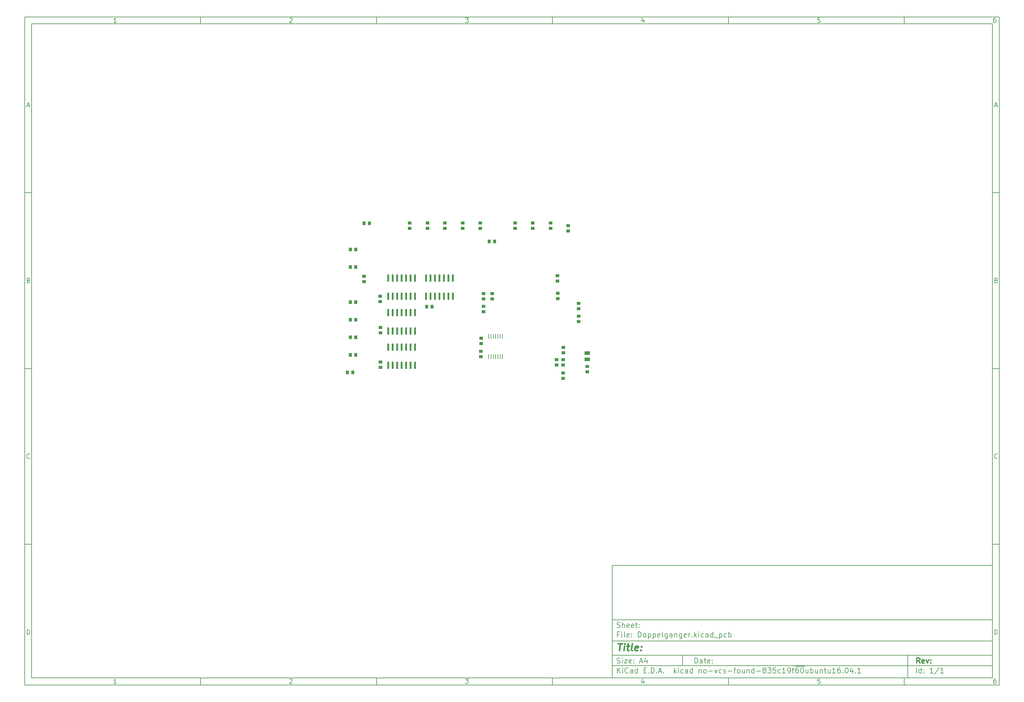
<source format=gbp>
%TF.GenerationSoftware,KiCad,Pcbnew,no-vcs-found-835c19f~60~ubuntu16.04.1*%
%TF.CreationDate,2017-10-10T23:09:56+02:00*%
%TF.ProjectId,Doppelganger,446F7070656C67616E6765722E6B6963,rev?*%
%TF.SameCoordinates,Original*%
%TF.FileFunction,Paste,Bot*%
%TF.FilePolarity,Positive*%
%FSLAX46Y46*%
G04 Gerber Fmt 4.6, Leading zero omitted, Abs format (unit mm)*
G04 Created by KiCad (PCBNEW no-vcs-found-835c19f~60~ubuntu16.04.1) date Tue Oct 10 23:09:56 2017*
%MOMM*%
%LPD*%
G01*
G04 APERTURE LIST*
%ADD10C,0.100000*%
%ADD11C,0.150000*%
%ADD12C,0.300000*%
%ADD13C,0.400000*%
%ADD14R,0.864400X1.016800*%
%ADD15R,1.016800X0.864400*%
%ADD16R,0.550000X2.150000*%
%ADD17R,0.250000X1.450000*%
%ADD18R,1.524800X1.016800*%
G04 APERTURE END LIST*
D10*
D11*
X177002200Y-166007200D02*
X177002200Y-198007200D01*
X285002200Y-198007200D01*
X285002200Y-166007200D01*
X177002200Y-166007200D01*
D10*
D11*
X10000000Y-10000000D02*
X10000000Y-200007200D01*
X287002200Y-200007200D01*
X287002200Y-10000000D01*
X10000000Y-10000000D01*
D10*
D11*
X12000000Y-12000000D02*
X12000000Y-198007200D01*
X285002200Y-198007200D01*
X285002200Y-12000000D01*
X12000000Y-12000000D01*
D10*
D11*
X60000000Y-12000000D02*
X60000000Y-10000000D01*
D10*
D11*
X110000000Y-12000000D02*
X110000000Y-10000000D01*
D10*
D11*
X160000000Y-12000000D02*
X160000000Y-10000000D01*
D10*
D11*
X210000000Y-12000000D02*
X210000000Y-10000000D01*
D10*
D11*
X260000000Y-12000000D02*
X260000000Y-10000000D01*
D10*
D11*
X36065476Y-11588095D02*
X35322619Y-11588095D01*
X35694047Y-11588095D02*
X35694047Y-10288095D01*
X35570238Y-10473809D01*
X35446428Y-10597619D01*
X35322619Y-10659523D01*
D10*
D11*
X85322619Y-10411904D02*
X85384523Y-10350000D01*
X85508333Y-10288095D01*
X85817857Y-10288095D01*
X85941666Y-10350000D01*
X86003571Y-10411904D01*
X86065476Y-10535714D01*
X86065476Y-10659523D01*
X86003571Y-10845238D01*
X85260714Y-11588095D01*
X86065476Y-11588095D01*
D10*
D11*
X135260714Y-10288095D02*
X136065476Y-10288095D01*
X135632142Y-10783333D01*
X135817857Y-10783333D01*
X135941666Y-10845238D01*
X136003571Y-10907142D01*
X136065476Y-11030952D01*
X136065476Y-11340476D01*
X136003571Y-11464285D01*
X135941666Y-11526190D01*
X135817857Y-11588095D01*
X135446428Y-11588095D01*
X135322619Y-11526190D01*
X135260714Y-11464285D01*
D10*
D11*
X185941666Y-10721428D02*
X185941666Y-11588095D01*
X185632142Y-10226190D02*
X185322619Y-11154761D01*
X186127380Y-11154761D01*
D10*
D11*
X236003571Y-10288095D02*
X235384523Y-10288095D01*
X235322619Y-10907142D01*
X235384523Y-10845238D01*
X235508333Y-10783333D01*
X235817857Y-10783333D01*
X235941666Y-10845238D01*
X236003571Y-10907142D01*
X236065476Y-11030952D01*
X236065476Y-11340476D01*
X236003571Y-11464285D01*
X235941666Y-11526190D01*
X235817857Y-11588095D01*
X235508333Y-11588095D01*
X235384523Y-11526190D01*
X235322619Y-11464285D01*
D10*
D11*
X285941666Y-10288095D02*
X285694047Y-10288095D01*
X285570238Y-10350000D01*
X285508333Y-10411904D01*
X285384523Y-10597619D01*
X285322619Y-10845238D01*
X285322619Y-11340476D01*
X285384523Y-11464285D01*
X285446428Y-11526190D01*
X285570238Y-11588095D01*
X285817857Y-11588095D01*
X285941666Y-11526190D01*
X286003571Y-11464285D01*
X286065476Y-11340476D01*
X286065476Y-11030952D01*
X286003571Y-10907142D01*
X285941666Y-10845238D01*
X285817857Y-10783333D01*
X285570238Y-10783333D01*
X285446428Y-10845238D01*
X285384523Y-10907142D01*
X285322619Y-11030952D01*
D10*
D11*
X60000000Y-198007200D02*
X60000000Y-200007200D01*
D10*
D11*
X110000000Y-198007200D02*
X110000000Y-200007200D01*
D10*
D11*
X160000000Y-198007200D02*
X160000000Y-200007200D01*
D10*
D11*
X210000000Y-198007200D02*
X210000000Y-200007200D01*
D10*
D11*
X260000000Y-198007200D02*
X260000000Y-200007200D01*
D10*
D11*
X36065476Y-199595295D02*
X35322619Y-199595295D01*
X35694047Y-199595295D02*
X35694047Y-198295295D01*
X35570238Y-198481009D01*
X35446428Y-198604819D01*
X35322619Y-198666723D01*
D10*
D11*
X85322619Y-198419104D02*
X85384523Y-198357200D01*
X85508333Y-198295295D01*
X85817857Y-198295295D01*
X85941666Y-198357200D01*
X86003571Y-198419104D01*
X86065476Y-198542914D01*
X86065476Y-198666723D01*
X86003571Y-198852438D01*
X85260714Y-199595295D01*
X86065476Y-199595295D01*
D10*
D11*
X135260714Y-198295295D02*
X136065476Y-198295295D01*
X135632142Y-198790533D01*
X135817857Y-198790533D01*
X135941666Y-198852438D01*
X136003571Y-198914342D01*
X136065476Y-199038152D01*
X136065476Y-199347676D01*
X136003571Y-199471485D01*
X135941666Y-199533390D01*
X135817857Y-199595295D01*
X135446428Y-199595295D01*
X135322619Y-199533390D01*
X135260714Y-199471485D01*
D10*
D11*
X185941666Y-198728628D02*
X185941666Y-199595295D01*
X185632142Y-198233390D02*
X185322619Y-199161961D01*
X186127380Y-199161961D01*
D10*
D11*
X236003571Y-198295295D02*
X235384523Y-198295295D01*
X235322619Y-198914342D01*
X235384523Y-198852438D01*
X235508333Y-198790533D01*
X235817857Y-198790533D01*
X235941666Y-198852438D01*
X236003571Y-198914342D01*
X236065476Y-199038152D01*
X236065476Y-199347676D01*
X236003571Y-199471485D01*
X235941666Y-199533390D01*
X235817857Y-199595295D01*
X235508333Y-199595295D01*
X235384523Y-199533390D01*
X235322619Y-199471485D01*
D10*
D11*
X285941666Y-198295295D02*
X285694047Y-198295295D01*
X285570238Y-198357200D01*
X285508333Y-198419104D01*
X285384523Y-198604819D01*
X285322619Y-198852438D01*
X285322619Y-199347676D01*
X285384523Y-199471485D01*
X285446428Y-199533390D01*
X285570238Y-199595295D01*
X285817857Y-199595295D01*
X285941666Y-199533390D01*
X286003571Y-199471485D01*
X286065476Y-199347676D01*
X286065476Y-199038152D01*
X286003571Y-198914342D01*
X285941666Y-198852438D01*
X285817857Y-198790533D01*
X285570238Y-198790533D01*
X285446428Y-198852438D01*
X285384523Y-198914342D01*
X285322619Y-199038152D01*
D10*
D11*
X10000000Y-60000000D02*
X12000000Y-60000000D01*
D10*
D11*
X10000000Y-110000000D02*
X12000000Y-110000000D01*
D10*
D11*
X10000000Y-160000000D02*
X12000000Y-160000000D01*
D10*
D11*
X10690476Y-35216666D02*
X11309523Y-35216666D01*
X10566666Y-35588095D02*
X11000000Y-34288095D01*
X11433333Y-35588095D01*
D10*
D11*
X11092857Y-84907142D02*
X11278571Y-84969047D01*
X11340476Y-85030952D01*
X11402380Y-85154761D01*
X11402380Y-85340476D01*
X11340476Y-85464285D01*
X11278571Y-85526190D01*
X11154761Y-85588095D01*
X10659523Y-85588095D01*
X10659523Y-84288095D01*
X11092857Y-84288095D01*
X11216666Y-84350000D01*
X11278571Y-84411904D01*
X11340476Y-84535714D01*
X11340476Y-84659523D01*
X11278571Y-84783333D01*
X11216666Y-84845238D01*
X11092857Y-84907142D01*
X10659523Y-84907142D01*
D10*
D11*
X11402380Y-135464285D02*
X11340476Y-135526190D01*
X11154761Y-135588095D01*
X11030952Y-135588095D01*
X10845238Y-135526190D01*
X10721428Y-135402380D01*
X10659523Y-135278571D01*
X10597619Y-135030952D01*
X10597619Y-134845238D01*
X10659523Y-134597619D01*
X10721428Y-134473809D01*
X10845238Y-134350000D01*
X11030952Y-134288095D01*
X11154761Y-134288095D01*
X11340476Y-134350000D01*
X11402380Y-134411904D01*
D10*
D11*
X10659523Y-185588095D02*
X10659523Y-184288095D01*
X10969047Y-184288095D01*
X11154761Y-184350000D01*
X11278571Y-184473809D01*
X11340476Y-184597619D01*
X11402380Y-184845238D01*
X11402380Y-185030952D01*
X11340476Y-185278571D01*
X11278571Y-185402380D01*
X11154761Y-185526190D01*
X10969047Y-185588095D01*
X10659523Y-185588095D01*
D10*
D11*
X287002200Y-60000000D02*
X285002200Y-60000000D01*
D10*
D11*
X287002200Y-110000000D02*
X285002200Y-110000000D01*
D10*
D11*
X287002200Y-160000000D02*
X285002200Y-160000000D01*
D10*
D11*
X285692676Y-35216666D02*
X286311723Y-35216666D01*
X285568866Y-35588095D02*
X286002200Y-34288095D01*
X286435533Y-35588095D01*
D10*
D11*
X286095057Y-84907142D02*
X286280771Y-84969047D01*
X286342676Y-85030952D01*
X286404580Y-85154761D01*
X286404580Y-85340476D01*
X286342676Y-85464285D01*
X286280771Y-85526190D01*
X286156961Y-85588095D01*
X285661723Y-85588095D01*
X285661723Y-84288095D01*
X286095057Y-84288095D01*
X286218866Y-84350000D01*
X286280771Y-84411904D01*
X286342676Y-84535714D01*
X286342676Y-84659523D01*
X286280771Y-84783333D01*
X286218866Y-84845238D01*
X286095057Y-84907142D01*
X285661723Y-84907142D01*
D10*
D11*
X286404580Y-135464285D02*
X286342676Y-135526190D01*
X286156961Y-135588095D01*
X286033152Y-135588095D01*
X285847438Y-135526190D01*
X285723628Y-135402380D01*
X285661723Y-135278571D01*
X285599819Y-135030952D01*
X285599819Y-134845238D01*
X285661723Y-134597619D01*
X285723628Y-134473809D01*
X285847438Y-134350000D01*
X286033152Y-134288095D01*
X286156961Y-134288095D01*
X286342676Y-134350000D01*
X286404580Y-134411904D01*
D10*
D11*
X285661723Y-185588095D02*
X285661723Y-184288095D01*
X285971247Y-184288095D01*
X286156961Y-184350000D01*
X286280771Y-184473809D01*
X286342676Y-184597619D01*
X286404580Y-184845238D01*
X286404580Y-185030952D01*
X286342676Y-185278571D01*
X286280771Y-185402380D01*
X286156961Y-185526190D01*
X285971247Y-185588095D01*
X285661723Y-185588095D01*
D10*
D11*
X200434342Y-193785771D02*
X200434342Y-192285771D01*
X200791485Y-192285771D01*
X201005771Y-192357200D01*
X201148628Y-192500057D01*
X201220057Y-192642914D01*
X201291485Y-192928628D01*
X201291485Y-193142914D01*
X201220057Y-193428628D01*
X201148628Y-193571485D01*
X201005771Y-193714342D01*
X200791485Y-193785771D01*
X200434342Y-193785771D01*
X202577200Y-193785771D02*
X202577200Y-193000057D01*
X202505771Y-192857200D01*
X202362914Y-192785771D01*
X202077200Y-192785771D01*
X201934342Y-192857200D01*
X202577200Y-193714342D02*
X202434342Y-193785771D01*
X202077200Y-193785771D01*
X201934342Y-193714342D01*
X201862914Y-193571485D01*
X201862914Y-193428628D01*
X201934342Y-193285771D01*
X202077200Y-193214342D01*
X202434342Y-193214342D01*
X202577200Y-193142914D01*
X203077200Y-192785771D02*
X203648628Y-192785771D01*
X203291485Y-192285771D02*
X203291485Y-193571485D01*
X203362914Y-193714342D01*
X203505771Y-193785771D01*
X203648628Y-193785771D01*
X204720057Y-193714342D02*
X204577200Y-193785771D01*
X204291485Y-193785771D01*
X204148628Y-193714342D01*
X204077200Y-193571485D01*
X204077200Y-193000057D01*
X204148628Y-192857200D01*
X204291485Y-192785771D01*
X204577200Y-192785771D01*
X204720057Y-192857200D01*
X204791485Y-193000057D01*
X204791485Y-193142914D01*
X204077200Y-193285771D01*
X205434342Y-193642914D02*
X205505771Y-193714342D01*
X205434342Y-193785771D01*
X205362914Y-193714342D01*
X205434342Y-193642914D01*
X205434342Y-193785771D01*
X205434342Y-192857200D02*
X205505771Y-192928628D01*
X205434342Y-193000057D01*
X205362914Y-192928628D01*
X205434342Y-192857200D01*
X205434342Y-193000057D01*
D10*
D11*
X177002200Y-194507200D02*
X285002200Y-194507200D01*
D10*
D11*
X178434342Y-196585771D02*
X178434342Y-195085771D01*
X179291485Y-196585771D02*
X178648628Y-195728628D01*
X179291485Y-195085771D02*
X178434342Y-195942914D01*
X179934342Y-196585771D02*
X179934342Y-195585771D01*
X179934342Y-195085771D02*
X179862914Y-195157200D01*
X179934342Y-195228628D01*
X180005771Y-195157200D01*
X179934342Y-195085771D01*
X179934342Y-195228628D01*
X181505771Y-196442914D02*
X181434342Y-196514342D01*
X181220057Y-196585771D01*
X181077200Y-196585771D01*
X180862914Y-196514342D01*
X180720057Y-196371485D01*
X180648628Y-196228628D01*
X180577200Y-195942914D01*
X180577200Y-195728628D01*
X180648628Y-195442914D01*
X180720057Y-195300057D01*
X180862914Y-195157200D01*
X181077200Y-195085771D01*
X181220057Y-195085771D01*
X181434342Y-195157200D01*
X181505771Y-195228628D01*
X182791485Y-196585771D02*
X182791485Y-195800057D01*
X182720057Y-195657200D01*
X182577200Y-195585771D01*
X182291485Y-195585771D01*
X182148628Y-195657200D01*
X182791485Y-196514342D02*
X182648628Y-196585771D01*
X182291485Y-196585771D01*
X182148628Y-196514342D01*
X182077200Y-196371485D01*
X182077200Y-196228628D01*
X182148628Y-196085771D01*
X182291485Y-196014342D01*
X182648628Y-196014342D01*
X182791485Y-195942914D01*
X184148628Y-196585771D02*
X184148628Y-195085771D01*
X184148628Y-196514342D02*
X184005771Y-196585771D01*
X183720057Y-196585771D01*
X183577200Y-196514342D01*
X183505771Y-196442914D01*
X183434342Y-196300057D01*
X183434342Y-195871485D01*
X183505771Y-195728628D01*
X183577200Y-195657200D01*
X183720057Y-195585771D01*
X184005771Y-195585771D01*
X184148628Y-195657200D01*
X186005771Y-195800057D02*
X186505771Y-195800057D01*
X186720057Y-196585771D02*
X186005771Y-196585771D01*
X186005771Y-195085771D01*
X186720057Y-195085771D01*
X187362914Y-196442914D02*
X187434342Y-196514342D01*
X187362914Y-196585771D01*
X187291485Y-196514342D01*
X187362914Y-196442914D01*
X187362914Y-196585771D01*
X188077200Y-196585771D02*
X188077200Y-195085771D01*
X188434342Y-195085771D01*
X188648628Y-195157200D01*
X188791485Y-195300057D01*
X188862914Y-195442914D01*
X188934342Y-195728628D01*
X188934342Y-195942914D01*
X188862914Y-196228628D01*
X188791485Y-196371485D01*
X188648628Y-196514342D01*
X188434342Y-196585771D01*
X188077200Y-196585771D01*
X189577200Y-196442914D02*
X189648628Y-196514342D01*
X189577200Y-196585771D01*
X189505771Y-196514342D01*
X189577200Y-196442914D01*
X189577200Y-196585771D01*
X190220057Y-196157200D02*
X190934342Y-196157200D01*
X190077200Y-196585771D02*
X190577200Y-195085771D01*
X191077200Y-196585771D01*
X191577200Y-196442914D02*
X191648628Y-196514342D01*
X191577200Y-196585771D01*
X191505771Y-196514342D01*
X191577200Y-196442914D01*
X191577200Y-196585771D01*
X194577200Y-196585771D02*
X194577200Y-195085771D01*
X194720057Y-196014342D02*
X195148628Y-196585771D01*
X195148628Y-195585771D02*
X194577200Y-196157200D01*
X195791485Y-196585771D02*
X195791485Y-195585771D01*
X195791485Y-195085771D02*
X195720057Y-195157200D01*
X195791485Y-195228628D01*
X195862914Y-195157200D01*
X195791485Y-195085771D01*
X195791485Y-195228628D01*
X197148628Y-196514342D02*
X197005771Y-196585771D01*
X196720057Y-196585771D01*
X196577200Y-196514342D01*
X196505771Y-196442914D01*
X196434342Y-196300057D01*
X196434342Y-195871485D01*
X196505771Y-195728628D01*
X196577200Y-195657200D01*
X196720057Y-195585771D01*
X197005771Y-195585771D01*
X197148628Y-195657200D01*
X198434342Y-196585771D02*
X198434342Y-195800057D01*
X198362914Y-195657200D01*
X198220057Y-195585771D01*
X197934342Y-195585771D01*
X197791485Y-195657200D01*
X198434342Y-196514342D02*
X198291485Y-196585771D01*
X197934342Y-196585771D01*
X197791485Y-196514342D01*
X197720057Y-196371485D01*
X197720057Y-196228628D01*
X197791485Y-196085771D01*
X197934342Y-196014342D01*
X198291485Y-196014342D01*
X198434342Y-195942914D01*
X199791485Y-196585771D02*
X199791485Y-195085771D01*
X199791485Y-196514342D02*
X199648628Y-196585771D01*
X199362914Y-196585771D01*
X199220057Y-196514342D01*
X199148628Y-196442914D01*
X199077200Y-196300057D01*
X199077200Y-195871485D01*
X199148628Y-195728628D01*
X199220057Y-195657200D01*
X199362914Y-195585771D01*
X199648628Y-195585771D01*
X199791485Y-195657200D01*
X201648628Y-195585771D02*
X201648628Y-196585771D01*
X201648628Y-195728628D02*
X201720057Y-195657200D01*
X201862914Y-195585771D01*
X202077200Y-195585771D01*
X202220057Y-195657200D01*
X202291485Y-195800057D01*
X202291485Y-196585771D01*
X203220057Y-196585771D02*
X203077200Y-196514342D01*
X203005771Y-196442914D01*
X202934342Y-196300057D01*
X202934342Y-195871485D01*
X203005771Y-195728628D01*
X203077200Y-195657200D01*
X203220057Y-195585771D01*
X203434342Y-195585771D01*
X203577200Y-195657200D01*
X203648628Y-195728628D01*
X203720057Y-195871485D01*
X203720057Y-196300057D01*
X203648628Y-196442914D01*
X203577200Y-196514342D01*
X203434342Y-196585771D01*
X203220057Y-196585771D01*
X204362914Y-196014342D02*
X205505771Y-196014342D01*
X206077200Y-195585771D02*
X206434342Y-196585771D01*
X206791485Y-195585771D01*
X208005771Y-196514342D02*
X207862914Y-196585771D01*
X207577200Y-196585771D01*
X207434342Y-196514342D01*
X207362914Y-196442914D01*
X207291485Y-196300057D01*
X207291485Y-195871485D01*
X207362914Y-195728628D01*
X207434342Y-195657200D01*
X207577200Y-195585771D01*
X207862914Y-195585771D01*
X208005771Y-195657200D01*
X208577200Y-196514342D02*
X208720057Y-196585771D01*
X209005771Y-196585771D01*
X209148628Y-196514342D01*
X209220057Y-196371485D01*
X209220057Y-196300057D01*
X209148628Y-196157200D01*
X209005771Y-196085771D01*
X208791485Y-196085771D01*
X208648628Y-196014342D01*
X208577200Y-195871485D01*
X208577200Y-195800057D01*
X208648628Y-195657200D01*
X208791485Y-195585771D01*
X209005771Y-195585771D01*
X209148628Y-195657200D01*
X209862914Y-196014342D02*
X211005771Y-196014342D01*
X211505771Y-195585771D02*
X212077200Y-195585771D01*
X211720057Y-196585771D02*
X211720057Y-195300057D01*
X211791485Y-195157200D01*
X211934342Y-195085771D01*
X212077200Y-195085771D01*
X212791485Y-196585771D02*
X212648628Y-196514342D01*
X212577200Y-196442914D01*
X212505771Y-196300057D01*
X212505771Y-195871485D01*
X212577200Y-195728628D01*
X212648628Y-195657200D01*
X212791485Y-195585771D01*
X213005771Y-195585771D01*
X213148628Y-195657200D01*
X213220057Y-195728628D01*
X213291485Y-195871485D01*
X213291485Y-196300057D01*
X213220057Y-196442914D01*
X213148628Y-196514342D01*
X213005771Y-196585771D01*
X212791485Y-196585771D01*
X214577200Y-195585771D02*
X214577200Y-196585771D01*
X213934342Y-195585771D02*
X213934342Y-196371485D01*
X214005771Y-196514342D01*
X214148628Y-196585771D01*
X214362914Y-196585771D01*
X214505771Y-196514342D01*
X214577200Y-196442914D01*
X215291485Y-195585771D02*
X215291485Y-196585771D01*
X215291485Y-195728628D02*
X215362914Y-195657200D01*
X215505771Y-195585771D01*
X215720057Y-195585771D01*
X215862914Y-195657200D01*
X215934342Y-195800057D01*
X215934342Y-196585771D01*
X217291485Y-196585771D02*
X217291485Y-195085771D01*
X217291485Y-196514342D02*
X217148628Y-196585771D01*
X216862914Y-196585771D01*
X216720057Y-196514342D01*
X216648628Y-196442914D01*
X216577200Y-196300057D01*
X216577200Y-195871485D01*
X216648628Y-195728628D01*
X216720057Y-195657200D01*
X216862914Y-195585771D01*
X217148628Y-195585771D01*
X217291485Y-195657200D01*
X218005771Y-196014342D02*
X219148628Y-196014342D01*
X220077200Y-195728628D02*
X219934342Y-195657200D01*
X219862914Y-195585771D01*
X219791485Y-195442914D01*
X219791485Y-195371485D01*
X219862914Y-195228628D01*
X219934342Y-195157200D01*
X220077200Y-195085771D01*
X220362914Y-195085771D01*
X220505771Y-195157200D01*
X220577200Y-195228628D01*
X220648628Y-195371485D01*
X220648628Y-195442914D01*
X220577200Y-195585771D01*
X220505771Y-195657200D01*
X220362914Y-195728628D01*
X220077200Y-195728628D01*
X219934342Y-195800057D01*
X219862914Y-195871485D01*
X219791485Y-196014342D01*
X219791485Y-196300057D01*
X219862914Y-196442914D01*
X219934342Y-196514342D01*
X220077200Y-196585771D01*
X220362914Y-196585771D01*
X220505771Y-196514342D01*
X220577200Y-196442914D01*
X220648628Y-196300057D01*
X220648628Y-196014342D01*
X220577200Y-195871485D01*
X220505771Y-195800057D01*
X220362914Y-195728628D01*
X221148628Y-195085771D02*
X222077200Y-195085771D01*
X221577200Y-195657200D01*
X221791485Y-195657200D01*
X221934342Y-195728628D01*
X222005771Y-195800057D01*
X222077200Y-195942914D01*
X222077200Y-196300057D01*
X222005771Y-196442914D01*
X221934342Y-196514342D01*
X221791485Y-196585771D01*
X221362914Y-196585771D01*
X221220057Y-196514342D01*
X221148628Y-196442914D01*
X223434342Y-195085771D02*
X222720057Y-195085771D01*
X222648628Y-195800057D01*
X222720057Y-195728628D01*
X222862914Y-195657200D01*
X223220057Y-195657200D01*
X223362914Y-195728628D01*
X223434342Y-195800057D01*
X223505771Y-195942914D01*
X223505771Y-196300057D01*
X223434342Y-196442914D01*
X223362914Y-196514342D01*
X223220057Y-196585771D01*
X222862914Y-196585771D01*
X222720057Y-196514342D01*
X222648628Y-196442914D01*
X224791485Y-196514342D02*
X224648628Y-196585771D01*
X224362914Y-196585771D01*
X224220057Y-196514342D01*
X224148628Y-196442914D01*
X224077200Y-196300057D01*
X224077200Y-195871485D01*
X224148628Y-195728628D01*
X224220057Y-195657200D01*
X224362914Y-195585771D01*
X224648628Y-195585771D01*
X224791485Y-195657200D01*
X226220057Y-196585771D02*
X225362914Y-196585771D01*
X225791485Y-196585771D02*
X225791485Y-195085771D01*
X225648628Y-195300057D01*
X225505771Y-195442914D01*
X225362914Y-195514342D01*
X226934342Y-196585771D02*
X227220057Y-196585771D01*
X227362914Y-196514342D01*
X227434342Y-196442914D01*
X227577200Y-196228628D01*
X227648628Y-195942914D01*
X227648628Y-195371485D01*
X227577200Y-195228628D01*
X227505771Y-195157200D01*
X227362914Y-195085771D01*
X227077200Y-195085771D01*
X226934342Y-195157200D01*
X226862914Y-195228628D01*
X226791485Y-195371485D01*
X226791485Y-195728628D01*
X226862914Y-195871485D01*
X226934342Y-195942914D01*
X227077200Y-196014342D01*
X227362914Y-196014342D01*
X227505771Y-195942914D01*
X227577200Y-195871485D01*
X227648628Y-195728628D01*
X228077200Y-195585771D02*
X228648628Y-195585771D01*
X228291485Y-196585771D02*
X228291485Y-195300057D01*
X228362914Y-195157200D01*
X228505771Y-195085771D01*
X228648628Y-195085771D01*
X229038985Y-194677200D02*
X230220057Y-194677200D01*
X229791485Y-195085771D02*
X229505771Y-195085771D01*
X229362914Y-195157200D01*
X229291485Y-195228628D01*
X229148628Y-195442914D01*
X229077200Y-195728628D01*
X229077200Y-196300057D01*
X229148628Y-196442914D01*
X229220057Y-196514342D01*
X229362914Y-196585771D01*
X229648628Y-196585771D01*
X229791485Y-196514342D01*
X229862914Y-196442914D01*
X229934342Y-196300057D01*
X229934342Y-195942914D01*
X229862914Y-195800057D01*
X229791485Y-195728628D01*
X229648628Y-195657200D01*
X229362914Y-195657200D01*
X229220057Y-195728628D01*
X229148628Y-195800057D01*
X229077200Y-195942914D01*
X230220057Y-194677200D02*
X231648628Y-194677200D01*
X230862914Y-195085771D02*
X231005771Y-195085771D01*
X231148628Y-195157200D01*
X231220057Y-195228628D01*
X231291485Y-195371485D01*
X231362914Y-195657200D01*
X231362914Y-196014342D01*
X231291485Y-196300057D01*
X231220057Y-196442914D01*
X231148628Y-196514342D01*
X231005771Y-196585771D01*
X230862914Y-196585771D01*
X230720057Y-196514342D01*
X230648628Y-196442914D01*
X230577200Y-196300057D01*
X230505771Y-196014342D01*
X230505771Y-195657200D01*
X230577200Y-195371485D01*
X230648628Y-195228628D01*
X230720057Y-195157200D01*
X230862914Y-195085771D01*
X232648628Y-195585771D02*
X232648628Y-196585771D01*
X232005771Y-195585771D02*
X232005771Y-196371485D01*
X232077199Y-196514342D01*
X232220057Y-196585771D01*
X232434342Y-196585771D01*
X232577199Y-196514342D01*
X232648628Y-196442914D01*
X233362914Y-196585771D02*
X233362914Y-195085771D01*
X233362914Y-195657200D02*
X233505771Y-195585771D01*
X233791485Y-195585771D01*
X233934342Y-195657200D01*
X234005771Y-195728628D01*
X234077200Y-195871485D01*
X234077200Y-196300057D01*
X234005771Y-196442914D01*
X233934342Y-196514342D01*
X233791485Y-196585771D01*
X233505771Y-196585771D01*
X233362914Y-196514342D01*
X235362914Y-195585771D02*
X235362914Y-196585771D01*
X234720057Y-195585771D02*
X234720057Y-196371485D01*
X234791485Y-196514342D01*
X234934342Y-196585771D01*
X235148628Y-196585771D01*
X235291485Y-196514342D01*
X235362914Y-196442914D01*
X236077200Y-195585771D02*
X236077200Y-196585771D01*
X236077200Y-195728628D02*
X236148628Y-195657200D01*
X236291485Y-195585771D01*
X236505771Y-195585771D01*
X236648628Y-195657200D01*
X236720057Y-195800057D01*
X236720057Y-196585771D01*
X237220057Y-195585771D02*
X237791485Y-195585771D01*
X237434342Y-195085771D02*
X237434342Y-196371485D01*
X237505771Y-196514342D01*
X237648628Y-196585771D01*
X237791485Y-196585771D01*
X238934342Y-195585771D02*
X238934342Y-196585771D01*
X238291485Y-195585771D02*
X238291485Y-196371485D01*
X238362914Y-196514342D01*
X238505771Y-196585771D01*
X238720057Y-196585771D01*
X238862914Y-196514342D01*
X238934342Y-196442914D01*
X240434342Y-196585771D02*
X239577200Y-196585771D01*
X240005771Y-196585771D02*
X240005771Y-195085771D01*
X239862914Y-195300057D01*
X239720057Y-195442914D01*
X239577200Y-195514342D01*
X241720057Y-195085771D02*
X241434342Y-195085771D01*
X241291485Y-195157200D01*
X241220057Y-195228628D01*
X241077200Y-195442914D01*
X241005771Y-195728628D01*
X241005771Y-196300057D01*
X241077200Y-196442914D01*
X241148628Y-196514342D01*
X241291485Y-196585771D01*
X241577200Y-196585771D01*
X241720057Y-196514342D01*
X241791485Y-196442914D01*
X241862914Y-196300057D01*
X241862914Y-195942914D01*
X241791485Y-195800057D01*
X241720057Y-195728628D01*
X241577200Y-195657200D01*
X241291485Y-195657200D01*
X241148628Y-195728628D01*
X241077200Y-195800057D01*
X241005771Y-195942914D01*
X242505771Y-196442914D02*
X242577199Y-196514342D01*
X242505771Y-196585771D01*
X242434342Y-196514342D01*
X242505771Y-196442914D01*
X242505771Y-196585771D01*
X243505771Y-195085771D02*
X243648628Y-195085771D01*
X243791485Y-195157200D01*
X243862914Y-195228628D01*
X243934342Y-195371485D01*
X244005771Y-195657200D01*
X244005771Y-196014342D01*
X243934342Y-196300057D01*
X243862914Y-196442914D01*
X243791485Y-196514342D01*
X243648628Y-196585771D01*
X243505771Y-196585771D01*
X243362914Y-196514342D01*
X243291485Y-196442914D01*
X243220057Y-196300057D01*
X243148628Y-196014342D01*
X243148628Y-195657200D01*
X243220057Y-195371485D01*
X243291485Y-195228628D01*
X243362914Y-195157200D01*
X243505771Y-195085771D01*
X245291485Y-195585771D02*
X245291485Y-196585771D01*
X244934342Y-195014342D02*
X244577199Y-196085771D01*
X245505771Y-196085771D01*
X246077199Y-196442914D02*
X246148628Y-196514342D01*
X246077199Y-196585771D01*
X246005771Y-196514342D01*
X246077199Y-196442914D01*
X246077199Y-196585771D01*
X247577200Y-196585771D02*
X246720057Y-196585771D01*
X247148628Y-196585771D02*
X247148628Y-195085771D01*
X247005771Y-195300057D01*
X246862914Y-195442914D01*
X246720057Y-195514342D01*
D10*
D11*
X177002200Y-191507200D02*
X285002200Y-191507200D01*
D10*
D12*
X264411485Y-193785771D02*
X263911485Y-193071485D01*
X263554342Y-193785771D02*
X263554342Y-192285771D01*
X264125771Y-192285771D01*
X264268628Y-192357200D01*
X264340057Y-192428628D01*
X264411485Y-192571485D01*
X264411485Y-192785771D01*
X264340057Y-192928628D01*
X264268628Y-193000057D01*
X264125771Y-193071485D01*
X263554342Y-193071485D01*
X265625771Y-193714342D02*
X265482914Y-193785771D01*
X265197200Y-193785771D01*
X265054342Y-193714342D01*
X264982914Y-193571485D01*
X264982914Y-193000057D01*
X265054342Y-192857200D01*
X265197200Y-192785771D01*
X265482914Y-192785771D01*
X265625771Y-192857200D01*
X265697200Y-193000057D01*
X265697200Y-193142914D01*
X264982914Y-193285771D01*
X266197200Y-192785771D02*
X266554342Y-193785771D01*
X266911485Y-192785771D01*
X267482914Y-193642914D02*
X267554342Y-193714342D01*
X267482914Y-193785771D01*
X267411485Y-193714342D01*
X267482914Y-193642914D01*
X267482914Y-193785771D01*
X267482914Y-192857200D02*
X267554342Y-192928628D01*
X267482914Y-193000057D01*
X267411485Y-192928628D01*
X267482914Y-192857200D01*
X267482914Y-193000057D01*
D10*
D11*
X178362914Y-193714342D02*
X178577200Y-193785771D01*
X178934342Y-193785771D01*
X179077200Y-193714342D01*
X179148628Y-193642914D01*
X179220057Y-193500057D01*
X179220057Y-193357200D01*
X179148628Y-193214342D01*
X179077200Y-193142914D01*
X178934342Y-193071485D01*
X178648628Y-193000057D01*
X178505771Y-192928628D01*
X178434342Y-192857200D01*
X178362914Y-192714342D01*
X178362914Y-192571485D01*
X178434342Y-192428628D01*
X178505771Y-192357200D01*
X178648628Y-192285771D01*
X179005771Y-192285771D01*
X179220057Y-192357200D01*
X179862914Y-193785771D02*
X179862914Y-192785771D01*
X179862914Y-192285771D02*
X179791485Y-192357200D01*
X179862914Y-192428628D01*
X179934342Y-192357200D01*
X179862914Y-192285771D01*
X179862914Y-192428628D01*
X180434342Y-192785771D02*
X181220057Y-192785771D01*
X180434342Y-193785771D01*
X181220057Y-193785771D01*
X182362914Y-193714342D02*
X182220057Y-193785771D01*
X181934342Y-193785771D01*
X181791485Y-193714342D01*
X181720057Y-193571485D01*
X181720057Y-193000057D01*
X181791485Y-192857200D01*
X181934342Y-192785771D01*
X182220057Y-192785771D01*
X182362914Y-192857200D01*
X182434342Y-193000057D01*
X182434342Y-193142914D01*
X181720057Y-193285771D01*
X183077200Y-193642914D02*
X183148628Y-193714342D01*
X183077200Y-193785771D01*
X183005771Y-193714342D01*
X183077200Y-193642914D01*
X183077200Y-193785771D01*
X183077200Y-192857200D02*
X183148628Y-192928628D01*
X183077200Y-193000057D01*
X183005771Y-192928628D01*
X183077200Y-192857200D01*
X183077200Y-193000057D01*
X184862914Y-193357200D02*
X185577200Y-193357200D01*
X184720057Y-193785771D02*
X185220057Y-192285771D01*
X185720057Y-193785771D01*
X186862914Y-192785771D02*
X186862914Y-193785771D01*
X186505771Y-192214342D02*
X186148628Y-193285771D01*
X187077200Y-193285771D01*
D10*
D11*
X263434342Y-196585771D02*
X263434342Y-195085771D01*
X264791485Y-196585771D02*
X264791485Y-195085771D01*
X264791485Y-196514342D02*
X264648628Y-196585771D01*
X264362914Y-196585771D01*
X264220057Y-196514342D01*
X264148628Y-196442914D01*
X264077200Y-196300057D01*
X264077200Y-195871485D01*
X264148628Y-195728628D01*
X264220057Y-195657200D01*
X264362914Y-195585771D01*
X264648628Y-195585771D01*
X264791485Y-195657200D01*
X265505771Y-196442914D02*
X265577200Y-196514342D01*
X265505771Y-196585771D01*
X265434342Y-196514342D01*
X265505771Y-196442914D01*
X265505771Y-196585771D01*
X265505771Y-195657200D02*
X265577200Y-195728628D01*
X265505771Y-195800057D01*
X265434342Y-195728628D01*
X265505771Y-195657200D01*
X265505771Y-195800057D01*
X268148628Y-196585771D02*
X267291485Y-196585771D01*
X267720057Y-196585771D02*
X267720057Y-195085771D01*
X267577200Y-195300057D01*
X267434342Y-195442914D01*
X267291485Y-195514342D01*
X269862914Y-195014342D02*
X268577200Y-196942914D01*
X271148628Y-196585771D02*
X270291485Y-196585771D01*
X270720057Y-196585771D02*
X270720057Y-195085771D01*
X270577200Y-195300057D01*
X270434342Y-195442914D01*
X270291485Y-195514342D01*
D10*
D11*
X177002200Y-187507200D02*
X285002200Y-187507200D01*
D10*
D13*
X178714580Y-188211961D02*
X179857438Y-188211961D01*
X179036009Y-190211961D02*
X179286009Y-188211961D01*
X180274104Y-190211961D02*
X180440771Y-188878628D01*
X180524104Y-188211961D02*
X180416961Y-188307200D01*
X180500295Y-188402438D01*
X180607438Y-188307200D01*
X180524104Y-188211961D01*
X180500295Y-188402438D01*
X181107438Y-188878628D02*
X181869342Y-188878628D01*
X181476485Y-188211961D02*
X181262200Y-189926247D01*
X181333628Y-190116723D01*
X181512200Y-190211961D01*
X181702676Y-190211961D01*
X182655057Y-190211961D02*
X182476485Y-190116723D01*
X182405057Y-189926247D01*
X182619342Y-188211961D01*
X184190771Y-190116723D02*
X183988390Y-190211961D01*
X183607438Y-190211961D01*
X183428866Y-190116723D01*
X183357438Y-189926247D01*
X183452676Y-189164342D01*
X183571723Y-188973866D01*
X183774104Y-188878628D01*
X184155057Y-188878628D01*
X184333628Y-188973866D01*
X184405057Y-189164342D01*
X184381247Y-189354819D01*
X183405057Y-189545295D01*
X185155057Y-190021485D02*
X185238390Y-190116723D01*
X185131247Y-190211961D01*
X185047914Y-190116723D01*
X185155057Y-190021485D01*
X185131247Y-190211961D01*
X185286009Y-188973866D02*
X185369342Y-189069104D01*
X185262200Y-189164342D01*
X185178866Y-189069104D01*
X185286009Y-188973866D01*
X185262200Y-189164342D01*
D10*
D11*
X178934342Y-185600057D02*
X178434342Y-185600057D01*
X178434342Y-186385771D02*
X178434342Y-184885771D01*
X179148628Y-184885771D01*
X179720057Y-186385771D02*
X179720057Y-185385771D01*
X179720057Y-184885771D02*
X179648628Y-184957200D01*
X179720057Y-185028628D01*
X179791485Y-184957200D01*
X179720057Y-184885771D01*
X179720057Y-185028628D01*
X180648628Y-186385771D02*
X180505771Y-186314342D01*
X180434342Y-186171485D01*
X180434342Y-184885771D01*
X181791485Y-186314342D02*
X181648628Y-186385771D01*
X181362914Y-186385771D01*
X181220057Y-186314342D01*
X181148628Y-186171485D01*
X181148628Y-185600057D01*
X181220057Y-185457200D01*
X181362914Y-185385771D01*
X181648628Y-185385771D01*
X181791485Y-185457200D01*
X181862914Y-185600057D01*
X181862914Y-185742914D01*
X181148628Y-185885771D01*
X182505771Y-186242914D02*
X182577200Y-186314342D01*
X182505771Y-186385771D01*
X182434342Y-186314342D01*
X182505771Y-186242914D01*
X182505771Y-186385771D01*
X182505771Y-185457200D02*
X182577200Y-185528628D01*
X182505771Y-185600057D01*
X182434342Y-185528628D01*
X182505771Y-185457200D01*
X182505771Y-185600057D01*
X184362914Y-186385771D02*
X184362914Y-184885771D01*
X184720057Y-184885771D01*
X184934342Y-184957200D01*
X185077200Y-185100057D01*
X185148628Y-185242914D01*
X185220057Y-185528628D01*
X185220057Y-185742914D01*
X185148628Y-186028628D01*
X185077200Y-186171485D01*
X184934342Y-186314342D01*
X184720057Y-186385771D01*
X184362914Y-186385771D01*
X186077200Y-186385771D02*
X185934342Y-186314342D01*
X185862914Y-186242914D01*
X185791485Y-186100057D01*
X185791485Y-185671485D01*
X185862914Y-185528628D01*
X185934342Y-185457200D01*
X186077200Y-185385771D01*
X186291485Y-185385771D01*
X186434342Y-185457200D01*
X186505771Y-185528628D01*
X186577200Y-185671485D01*
X186577200Y-186100057D01*
X186505771Y-186242914D01*
X186434342Y-186314342D01*
X186291485Y-186385771D01*
X186077200Y-186385771D01*
X187220057Y-185385771D02*
X187220057Y-186885771D01*
X187220057Y-185457200D02*
X187362914Y-185385771D01*
X187648628Y-185385771D01*
X187791485Y-185457200D01*
X187862914Y-185528628D01*
X187934342Y-185671485D01*
X187934342Y-186100057D01*
X187862914Y-186242914D01*
X187791485Y-186314342D01*
X187648628Y-186385771D01*
X187362914Y-186385771D01*
X187220057Y-186314342D01*
X188577200Y-185385771D02*
X188577200Y-186885771D01*
X188577200Y-185457200D02*
X188720057Y-185385771D01*
X189005771Y-185385771D01*
X189148628Y-185457200D01*
X189220057Y-185528628D01*
X189291485Y-185671485D01*
X189291485Y-186100057D01*
X189220057Y-186242914D01*
X189148628Y-186314342D01*
X189005771Y-186385771D01*
X188720057Y-186385771D01*
X188577200Y-186314342D01*
X190505771Y-186314342D02*
X190362914Y-186385771D01*
X190077200Y-186385771D01*
X189934342Y-186314342D01*
X189862914Y-186171485D01*
X189862914Y-185600057D01*
X189934342Y-185457200D01*
X190077200Y-185385771D01*
X190362914Y-185385771D01*
X190505771Y-185457200D01*
X190577200Y-185600057D01*
X190577200Y-185742914D01*
X189862914Y-185885771D01*
X191434342Y-186385771D02*
X191291485Y-186314342D01*
X191220057Y-186171485D01*
X191220057Y-184885771D01*
X192648628Y-185385771D02*
X192648628Y-186600057D01*
X192577200Y-186742914D01*
X192505771Y-186814342D01*
X192362914Y-186885771D01*
X192148628Y-186885771D01*
X192005771Y-186814342D01*
X192648628Y-186314342D02*
X192505771Y-186385771D01*
X192220057Y-186385771D01*
X192077200Y-186314342D01*
X192005771Y-186242914D01*
X191934342Y-186100057D01*
X191934342Y-185671485D01*
X192005771Y-185528628D01*
X192077200Y-185457200D01*
X192220057Y-185385771D01*
X192505771Y-185385771D01*
X192648628Y-185457200D01*
X194005771Y-186385771D02*
X194005771Y-185600057D01*
X193934342Y-185457200D01*
X193791485Y-185385771D01*
X193505771Y-185385771D01*
X193362914Y-185457200D01*
X194005771Y-186314342D02*
X193862914Y-186385771D01*
X193505771Y-186385771D01*
X193362914Y-186314342D01*
X193291485Y-186171485D01*
X193291485Y-186028628D01*
X193362914Y-185885771D01*
X193505771Y-185814342D01*
X193862914Y-185814342D01*
X194005771Y-185742914D01*
X194720057Y-185385771D02*
X194720057Y-186385771D01*
X194720057Y-185528628D02*
X194791485Y-185457200D01*
X194934342Y-185385771D01*
X195148628Y-185385771D01*
X195291485Y-185457200D01*
X195362914Y-185600057D01*
X195362914Y-186385771D01*
X196720057Y-185385771D02*
X196720057Y-186600057D01*
X196648628Y-186742914D01*
X196577200Y-186814342D01*
X196434342Y-186885771D01*
X196220057Y-186885771D01*
X196077200Y-186814342D01*
X196720057Y-186314342D02*
X196577200Y-186385771D01*
X196291485Y-186385771D01*
X196148628Y-186314342D01*
X196077200Y-186242914D01*
X196005771Y-186100057D01*
X196005771Y-185671485D01*
X196077200Y-185528628D01*
X196148628Y-185457200D01*
X196291485Y-185385771D01*
X196577200Y-185385771D01*
X196720057Y-185457200D01*
X198005771Y-186314342D02*
X197862914Y-186385771D01*
X197577200Y-186385771D01*
X197434342Y-186314342D01*
X197362914Y-186171485D01*
X197362914Y-185600057D01*
X197434342Y-185457200D01*
X197577200Y-185385771D01*
X197862914Y-185385771D01*
X198005771Y-185457200D01*
X198077200Y-185600057D01*
X198077200Y-185742914D01*
X197362914Y-185885771D01*
X198720057Y-186385771D02*
X198720057Y-185385771D01*
X198720057Y-185671485D02*
X198791485Y-185528628D01*
X198862914Y-185457200D01*
X199005771Y-185385771D01*
X199148628Y-185385771D01*
X199648628Y-186242914D02*
X199720057Y-186314342D01*
X199648628Y-186385771D01*
X199577200Y-186314342D01*
X199648628Y-186242914D01*
X199648628Y-186385771D01*
X200362914Y-186385771D02*
X200362914Y-184885771D01*
X200505771Y-185814342D02*
X200934342Y-186385771D01*
X200934342Y-185385771D02*
X200362914Y-185957200D01*
X201577200Y-186385771D02*
X201577200Y-185385771D01*
X201577200Y-184885771D02*
X201505771Y-184957200D01*
X201577200Y-185028628D01*
X201648628Y-184957200D01*
X201577200Y-184885771D01*
X201577200Y-185028628D01*
X202934342Y-186314342D02*
X202791485Y-186385771D01*
X202505771Y-186385771D01*
X202362914Y-186314342D01*
X202291485Y-186242914D01*
X202220057Y-186100057D01*
X202220057Y-185671485D01*
X202291485Y-185528628D01*
X202362914Y-185457200D01*
X202505771Y-185385771D01*
X202791485Y-185385771D01*
X202934342Y-185457200D01*
X204220057Y-186385771D02*
X204220057Y-185600057D01*
X204148628Y-185457200D01*
X204005771Y-185385771D01*
X203720057Y-185385771D01*
X203577200Y-185457200D01*
X204220057Y-186314342D02*
X204077200Y-186385771D01*
X203720057Y-186385771D01*
X203577200Y-186314342D01*
X203505771Y-186171485D01*
X203505771Y-186028628D01*
X203577200Y-185885771D01*
X203720057Y-185814342D01*
X204077200Y-185814342D01*
X204220057Y-185742914D01*
X205577200Y-186385771D02*
X205577200Y-184885771D01*
X205577200Y-186314342D02*
X205434342Y-186385771D01*
X205148628Y-186385771D01*
X205005771Y-186314342D01*
X204934342Y-186242914D01*
X204862914Y-186100057D01*
X204862914Y-185671485D01*
X204934342Y-185528628D01*
X205005771Y-185457200D01*
X205148628Y-185385771D01*
X205434342Y-185385771D01*
X205577200Y-185457200D01*
X205934342Y-186528628D02*
X207077200Y-186528628D01*
X207434342Y-185385771D02*
X207434342Y-186885771D01*
X207434342Y-185457200D02*
X207577200Y-185385771D01*
X207862914Y-185385771D01*
X208005771Y-185457200D01*
X208077200Y-185528628D01*
X208148628Y-185671485D01*
X208148628Y-186100057D01*
X208077200Y-186242914D01*
X208005771Y-186314342D01*
X207862914Y-186385771D01*
X207577200Y-186385771D01*
X207434342Y-186314342D01*
X209434342Y-186314342D02*
X209291485Y-186385771D01*
X209005771Y-186385771D01*
X208862914Y-186314342D01*
X208791485Y-186242914D01*
X208720057Y-186100057D01*
X208720057Y-185671485D01*
X208791485Y-185528628D01*
X208862914Y-185457200D01*
X209005771Y-185385771D01*
X209291485Y-185385771D01*
X209434342Y-185457200D01*
X210077200Y-186385771D02*
X210077200Y-184885771D01*
X210077200Y-185457200D02*
X210220057Y-185385771D01*
X210505771Y-185385771D01*
X210648628Y-185457200D01*
X210720057Y-185528628D01*
X210791485Y-185671485D01*
X210791485Y-186100057D01*
X210720057Y-186242914D01*
X210648628Y-186314342D01*
X210505771Y-186385771D01*
X210220057Y-186385771D01*
X210077200Y-186314342D01*
D10*
D11*
X177002200Y-181507200D02*
X285002200Y-181507200D01*
D10*
D11*
X178362914Y-183614342D02*
X178577200Y-183685771D01*
X178934342Y-183685771D01*
X179077200Y-183614342D01*
X179148628Y-183542914D01*
X179220057Y-183400057D01*
X179220057Y-183257200D01*
X179148628Y-183114342D01*
X179077200Y-183042914D01*
X178934342Y-182971485D01*
X178648628Y-182900057D01*
X178505771Y-182828628D01*
X178434342Y-182757200D01*
X178362914Y-182614342D01*
X178362914Y-182471485D01*
X178434342Y-182328628D01*
X178505771Y-182257200D01*
X178648628Y-182185771D01*
X179005771Y-182185771D01*
X179220057Y-182257200D01*
X179862914Y-183685771D02*
X179862914Y-182185771D01*
X180505771Y-183685771D02*
X180505771Y-182900057D01*
X180434342Y-182757200D01*
X180291485Y-182685771D01*
X180077200Y-182685771D01*
X179934342Y-182757200D01*
X179862914Y-182828628D01*
X181791485Y-183614342D02*
X181648628Y-183685771D01*
X181362914Y-183685771D01*
X181220057Y-183614342D01*
X181148628Y-183471485D01*
X181148628Y-182900057D01*
X181220057Y-182757200D01*
X181362914Y-182685771D01*
X181648628Y-182685771D01*
X181791485Y-182757200D01*
X181862914Y-182900057D01*
X181862914Y-183042914D01*
X181148628Y-183185771D01*
X183077200Y-183614342D02*
X182934342Y-183685771D01*
X182648628Y-183685771D01*
X182505771Y-183614342D01*
X182434342Y-183471485D01*
X182434342Y-182900057D01*
X182505771Y-182757200D01*
X182648628Y-182685771D01*
X182934342Y-182685771D01*
X183077200Y-182757200D01*
X183148628Y-182900057D01*
X183148628Y-183042914D01*
X182434342Y-183185771D01*
X183577200Y-182685771D02*
X184148628Y-182685771D01*
X183791485Y-182185771D02*
X183791485Y-183471485D01*
X183862914Y-183614342D01*
X184005771Y-183685771D01*
X184148628Y-183685771D01*
X184648628Y-183542914D02*
X184720057Y-183614342D01*
X184648628Y-183685771D01*
X184577200Y-183614342D01*
X184648628Y-183542914D01*
X184648628Y-183685771D01*
X184648628Y-182757200D02*
X184720057Y-182828628D01*
X184648628Y-182900057D01*
X184577200Y-182828628D01*
X184648628Y-182757200D01*
X184648628Y-182900057D01*
D10*
D11*
X197002200Y-191507200D02*
X197002200Y-194507200D01*
D10*
D11*
X261002200Y-191507200D02*
X261002200Y-198007200D01*
D14*
%TO.C,C2*%
X124231400Y-92379800D03*
X125755400Y-92379800D03*
%TD*%
D15*
%TO.C,C3*%
X111125000Y-109651800D03*
X111125000Y-108127800D03*
%TD*%
%TO.C,C5*%
X140411200Y-88671400D03*
X140411200Y-90195400D03*
%TD*%
%TO.C,C6*%
X142849600Y-88646000D03*
X142849600Y-90170000D03*
%TD*%
%TO.C,C7*%
X140411200Y-93853000D03*
X140411200Y-92329000D03*
%TD*%
%TO.C,C9*%
X111125000Y-99872800D03*
X111125000Y-98348800D03*
%TD*%
%TO.C,C1*%
X111061500Y-89471500D03*
X111061500Y-90995500D03*
%TD*%
D14*
%TO.C,R9*%
X104089200Y-96139000D03*
X102565200Y-96139000D03*
%TD*%
D15*
%TO.C,R29*%
X163068000Y-105498900D03*
X163068000Y-103974900D03*
%TD*%
%TO.C,R28*%
X161127440Y-107492800D03*
X161127440Y-109016800D03*
%TD*%
%TO.C,R27*%
X163017200Y-112776000D03*
X163017200Y-111252000D03*
%TD*%
%TO.C,R26*%
X161417000Y-85115400D03*
X161417000Y-83591400D03*
%TD*%
%TO.C,R24*%
X164414200Y-70932040D03*
X164414200Y-69408040D03*
%TD*%
%TO.C,R23*%
X139636500Y-106616500D03*
X139636500Y-105092500D03*
%TD*%
%TO.C,R22*%
X139700000Y-101409500D03*
X139700000Y-102933500D03*
%TD*%
%TO.C,R21*%
X167386000Y-91440000D03*
X167386000Y-92964000D03*
%TD*%
%TO.C,R20*%
X167386000Y-96647000D03*
X167386000Y-95123000D03*
%TD*%
D14*
%TO.C,R19*%
X106476800Y-68732400D03*
X108000800Y-68732400D03*
%TD*%
D15*
%TO.C,R18*%
X119392700Y-68580000D03*
X119392700Y-70104000D03*
%TD*%
D14*
%TO.C,R17*%
X104089200Y-76123800D03*
X102565200Y-76123800D03*
%TD*%
D15*
%TO.C,R16*%
X124510800Y-68580000D03*
X124510800Y-70104000D03*
%TD*%
%TO.C,R30*%
X163055300Y-107492800D03*
X163055300Y-109016800D03*
%TD*%
D14*
%TO.C,R15*%
X104089200Y-81178400D03*
X102565200Y-81178400D03*
%TD*%
D15*
%TO.C,R13*%
X106489500Y-83756500D03*
X106489500Y-85280500D03*
%TD*%
%TO.C,R12*%
X134442200Y-68580000D03*
X134442200Y-70104000D03*
%TD*%
D14*
%TO.C,R11*%
X104089200Y-91160600D03*
X102565200Y-91160600D03*
%TD*%
D15*
%TO.C,R10*%
X139446000Y-68580000D03*
X139446000Y-70104000D03*
%TD*%
D14*
%TO.C,R8*%
X143560800Y-73837800D03*
X142036800Y-73837800D03*
%TD*%
%TO.C,R7*%
X104089200Y-101117400D03*
X102565200Y-101117400D03*
%TD*%
D15*
%TO.C,R6*%
X149377400Y-68580000D03*
X149377400Y-70104000D03*
%TD*%
D14*
%TO.C,R5*%
X104089200Y-106146600D03*
X102565200Y-106146600D03*
%TD*%
D15*
%TO.C,R4*%
X154381200Y-68580000D03*
X154381200Y-70104000D03*
%TD*%
D14*
%TO.C,R3*%
X103276400Y-111099600D03*
X101752400Y-111099600D03*
%TD*%
D15*
%TO.C,R2*%
X159435800Y-68580000D03*
X159435800Y-70104000D03*
%TD*%
%TO.C,R1*%
X169839640Y-110944660D03*
X169839640Y-109420660D03*
%TD*%
%TO.C,R25*%
X161467800Y-90144600D03*
X161467800Y-88620600D03*
%TD*%
%TO.C,R14*%
X129387600Y-68580000D03*
X129387600Y-70104000D03*
%TD*%
D16*
%TO.C,U1*%
X124104400Y-89477200D03*
X124104400Y-84277200D03*
X125374400Y-89477200D03*
X125374400Y-84277200D03*
X126644400Y-89477200D03*
X126644400Y-84277200D03*
X127914400Y-89477200D03*
X127914400Y-84277200D03*
X129184400Y-89477200D03*
X129184400Y-84277200D03*
X130454400Y-89477200D03*
X130454400Y-84277200D03*
X131724400Y-89477200D03*
X131724400Y-84277200D03*
%TD*%
%TO.C,U4*%
X113284000Y-89468000D03*
X113284000Y-84268000D03*
X114554000Y-89468000D03*
X114554000Y-84268000D03*
X115824000Y-89468000D03*
X115824000Y-84268000D03*
X117094000Y-89468000D03*
X117094000Y-84268000D03*
X118364000Y-89468000D03*
X118364000Y-84268000D03*
X119634000Y-89468000D03*
X119634000Y-84268000D03*
X120904000Y-89468000D03*
X120904000Y-84268000D03*
%TD*%
%TO.C,U5*%
X113284000Y-99307000D03*
X113284000Y-94107000D03*
X114554000Y-99307000D03*
X114554000Y-94107000D03*
X115824000Y-99307000D03*
X115824000Y-94107000D03*
X117094000Y-99307000D03*
X117094000Y-94107000D03*
X118364000Y-99307000D03*
X118364000Y-94107000D03*
X119634000Y-99307000D03*
X119634000Y-94107000D03*
X120904000Y-99307000D03*
X120904000Y-94107000D03*
%TD*%
%TO.C,U6*%
X113284000Y-109086000D03*
X113284000Y-103886000D03*
X114554000Y-109086000D03*
X114554000Y-103886000D03*
X115824000Y-109086000D03*
X115824000Y-103886000D03*
X117094000Y-109086000D03*
X117094000Y-103886000D03*
X118364000Y-109086000D03*
X118364000Y-103886000D03*
X119634000Y-109086000D03*
X119634000Y-103886000D03*
X120904000Y-109086000D03*
X120904000Y-103886000D03*
%TD*%
D17*
%TO.C,U9*%
X145785000Y-100859000D03*
X145135000Y-100859000D03*
X144485000Y-100859000D03*
X143835000Y-100859000D03*
X143185000Y-100859000D03*
X142535000Y-100859000D03*
X141885000Y-100859000D03*
X141885000Y-106659000D03*
X142535000Y-106659000D03*
X143185000Y-106659000D03*
X143835000Y-106659000D03*
X144485000Y-106659000D03*
X145135000Y-106659000D03*
X145785000Y-106659000D03*
%TD*%
D18*
%TO.C,D1*%
X169839640Y-107363260D03*
X169839640Y-105636060D03*
%TD*%
M02*

</source>
